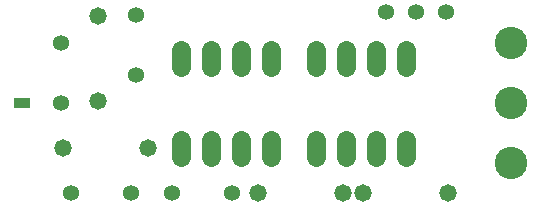
<source format=gbr>
G04 EAGLE Gerber RS-274X export*
G75*
%MOMM*%
%FSLAX34Y34*%
%LPD*%
%INSoldermask Bottom*%
%IPPOS*%
%AMOC8*
5,1,8,0,0,1.08239X$1,22.5*%
G01*
G04 Define Apertures*
%ADD10C,1.361200*%
%ADD11C,1.473200*%
%ADD12C,2.743200*%
%ADD13R,1.473200X0.838200*%
%ADD14C,1.603200*%
D10*
X631190Y25400D03*
X580390Y25400D03*
X571500Y101600D03*
X571500Y152400D03*
X847456Y178564D03*
X898256Y178564D03*
X872856Y178564D03*
D11*
X645800Y63500D03*
X573400Y63500D03*
X603250Y103500D03*
X603250Y175900D03*
X738500Y25400D03*
X810900Y25400D03*
X827400Y25400D03*
X899800Y25400D03*
D12*
X952500Y50800D03*
X952500Y101600D03*
X952500Y152400D03*
D10*
X716280Y25781D03*
X665480Y25781D03*
X635000Y176530D03*
X635000Y125730D03*
D13*
X538480Y101600D03*
D14*
X749300Y132700D02*
X749300Y146700D01*
X723900Y146700D02*
X723900Y132700D01*
X698500Y132700D02*
X698500Y146700D01*
X673100Y146700D02*
X673100Y132700D01*
X673100Y70500D02*
X673100Y56500D01*
X698500Y56500D02*
X698500Y70500D01*
X723900Y70500D02*
X723900Y56500D01*
X749300Y56500D02*
X749300Y70500D01*
X863600Y132700D02*
X863600Y146700D01*
X838200Y146700D02*
X838200Y132700D01*
X812800Y132700D02*
X812800Y146700D01*
X787400Y146700D02*
X787400Y132700D01*
X787400Y70500D02*
X787400Y56500D01*
X812800Y56500D02*
X812800Y70500D01*
X838200Y70500D02*
X838200Y56500D01*
X863600Y56500D02*
X863600Y70500D01*
M02*

</source>
